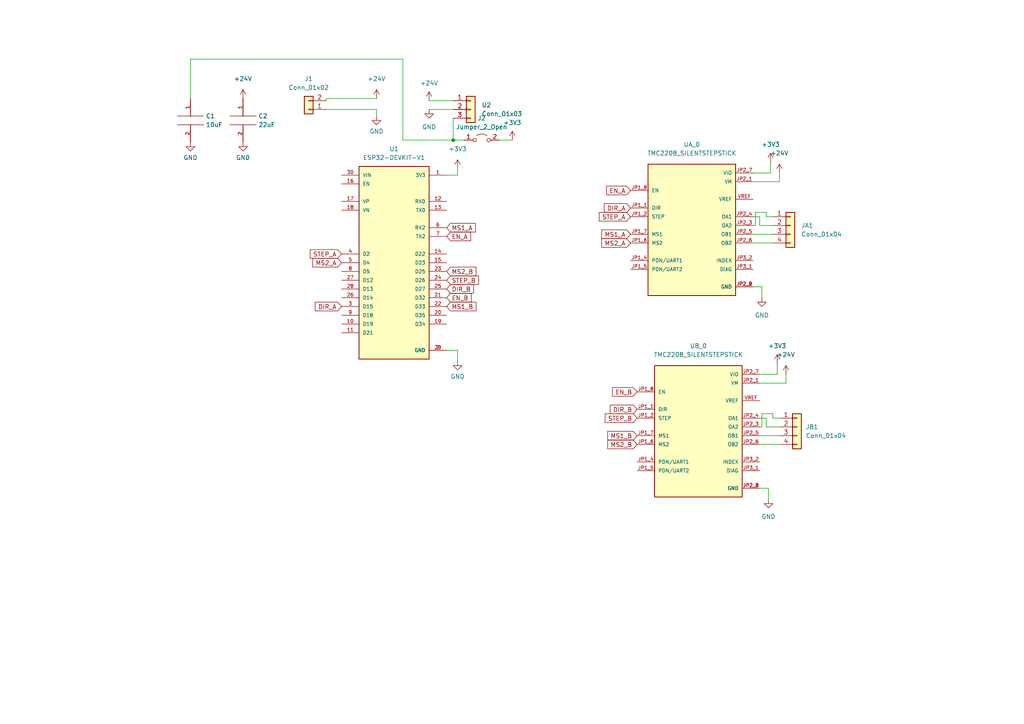
<source format=kicad_sch>
(kicad_sch (version 20211123) (generator eeschema)
  (paper "A4")
  (lib_symbols
    (symbol "Connector_Generic:Conn_01x02" (pin_names (offset 1.016) hide)
      (property "Reference" "J" (at 0 2.54 0))
      (property "Value" "Conn_01x02" (at 0 -5.08 0))
      (symbol "Conn_01x02_1_1"
        (rectangle (start -1.27 -2.413) (end 0 -2.667) (stroke (width 0.1524)))
        (rectangle (start -1.27 0.127) (end 0 -0.127) (stroke (width 0.1524)))
        (rectangle (start -1.27 1.27) (end 1.27 -3.81) (stroke (width 0.254)) (fill (type background)))
        (pin passive line (at -5.08 0 0) (length 3.81) (name "Pin_1") (number "1"))
        (pin passive line (at -5.08 -2.54 0) (length 3.81) (name "Pin_2") (number "2"))
      )
    )
    (symbol "Connector_Generic:Conn_01x03" (pin_names (offset 1.016) hide)
      (property "Reference" "J" (at 0 5.08 0))
      (property "Value" "Conn_01x03" (at 0 -5.08 0))
      (symbol "Conn_01x03_1_1"
        (rectangle (start -1.27 -2.413) (end 0 -2.667) (stroke (width 0.1524)))
        (rectangle (start -1.27 0.127) (end 0 -0.127) (stroke (width 0.1524)))
        (rectangle (start -1.27 2.667) (end 0 2.413) (stroke (width 0.1524)))
        (rectangle (start -1.27 3.81) (end 1.27 -3.81) (stroke (width 0.254)) (fill (type background)))
        (pin passive line (at -5.08 2.54 0) (length 3.81) (name "Pin_1") (number "1"))
        (pin passive line (at -5.08 0 0) (length 3.81) (name "Pin_2") (number "2"))
        (pin passive line (at -5.08 -2.54 0) (length 3.81) (name "Pin_3") (number "3"))
      )
    )
    (symbol "Connector_Generic:Conn_01x04" (pin_names (offset 1.016) hide)
      (property "Reference" "J" (at 0 5.08 0))
      (property "Value" "Conn_01x04" (at 0 -7.62 0))
      (symbol "Conn_01x04_1_1"
        (rectangle (start -1.27 -4.953) (end 0 -5.207) (stroke (width 0.1524)))
        (rectangle (start -1.27 -2.413) (end 0 -2.667) (stroke (width 0.1524)))
        (rectangle (start -1.27 0.127) (end 0 -0.127) (stroke (width 0.1524)))
        (rectangle (start -1.27 2.667) (end 0 2.413) (stroke (width 0.1524)))
        (rectangle (start -1.27 3.81) (end 1.27 -6.35) (stroke (width 0.254)) (fill (type background)))
        (pin passive line (at -5.08 2.54 0) (length 3.81) (name "Pin_1") (number "1"))
        (pin passive line (at -5.08 0 0) (length 3.81) (name "Pin_2") (number "2"))
        (pin passive line (at -5.08 -2.54 0) (length 3.81) (name "Pin_3") (number "3"))
        (pin passive line (at -5.08 -5.08 0) (length 3.81) (name "Pin_4") (number "4"))
      )
    )
    (symbol "ESP32-DEVKIT-V1:ESP32-DEVKIT-V1" (pin_names (offset 1.016))
      (property "Reference" "U" (at -10.16 30.48 0))
      (property "Value" "ESP32-DEVKIT-V1" (at -10.16 -30.48 0))
      (symbol "ESP32-DEVKIT-V1_0_0"
        (rectangle (start -10.16 -27.94) (end 10.16 27.94) (stroke (width 0.254)) (fill (type background)))
        (pin output line (at 15.24 25.4 180) (length 5.08) (name "3V3") (number "1"))
        (pin bidirectional line (at -15.24 -17.78 0) (length 5.08) (name "D19") (number "10"))
        (pin bidirectional line (at -15.24 -20.32 0) (length 5.08) (name "D21") (number "11"))
        (pin input line (at 15.24 17.78 180) (length 5.08) (name "RX0") (number "12"))
        (pin output line (at 15.24 15.24 180) (length 5.08) (name "TX0") (number "13"))
        (pin bidirectional line (at 15.24 2.54 180) (length 5.08) (name "D22") (number "14"))
        (pin bidirectional line (at 15.24 0 180) (length 5.08) (name "D23") (number "15"))
        (pin input line (at -15.24 22.86 0) (length 5.08) (name "EN") (number "16"))
        (pin bidirectional line (at -15.24 17.78 0) (length 5.08) (name "VP") (number "17"))
        (pin bidirectional line (at -15.24 15.24 0) (length 5.08) (name "VN") (number "18"))
        (pin bidirectional line (at 15.24 -17.78 180) (length 5.08) (name "D34") (number "19"))
        (pin power_in line (at 15.24 -25.4 180) (length 5.08) (name "GND") (number "2"))
        (pin bidirectional line (at 15.24 -15.24 180) (length 5.08) (name "D35") (number "20"))
        (pin bidirectional line (at 15.24 -10.16 180) (length 5.08) (name "D32") (number "21"))
        (pin bidirectional line (at 15.24 -12.7 180) (length 5.08) (name "D33") (number "22"))
        (pin bidirectional line (at 15.24 -2.54 180) (length 5.08) (name "D25") (number "23"))
        (pin bidirectional line (at 15.24 -5.08 180) (length 5.08) (name "D26") (number "24"))
        (pin bidirectional line (at 15.24 -7.62 180) (length 5.08) (name "D27") (number "25"))
        (pin bidirectional line (at -15.24 -10.16 0) (length 5.08) (name "D14") (number "26"))
        (pin bidirectional line (at -15.24 -5.08 0) (length 5.08) (name "D12") (number "27"))
        (pin bidirectional line (at -15.24 -7.62 0) (length 5.08) (name "D13") (number "28"))
        (pin power_in line (at 15.24 -25.4 180) (length 5.08) (name "GND") (number "29"))
        (pin bidirectional line (at -15.24 -12.7 0) (length 5.08) (name "D15") (number "3"))
        (pin input line (at -15.24 25.4 0) (length 5.08) (name "VIN") (number "30"))
        (pin bidirectional line (at -15.24 2.54 0) (length 5.08) (name "D2") (number "4"))
        (pin bidirectional line (at -15.24 0 0) (length 5.08) (name "D4") (number "5"))
        (pin input line (at 15.24 10.16 180) (length 5.08) (name "RX2") (number "6"))
        (pin output line (at 15.24 7.62 180) (length 5.08) (name "TX2") (number "7"))
        (pin bidirectional line (at -15.24 -2.54 0) (length 5.08) (name "D5") (number "8"))
        (pin bidirectional line (at -15.24 -15.24 0) (length 5.08) (name "D18") (number "9"))
      )
    )
    (symbol "Jumper:Jumper_2_Open" (pin_names (offset 0) hide)
      (property "Reference" "JP" (at 0 2.794 0))
      (property "Value" "Jumper_2_Open" (at 0 -2.286 0))
      (symbol "Jumper_2_Open_0_0"
        (circle (center -2.032 0) (radius 0.508))
        (circle (center 2.032 0) (radius 0.508))
      )
      (symbol "Jumper_2_Open_0_1"
        (arc (start 1.524 1.27) (mid 0 1.778) (end -1.524 1.27))
      )
      (symbol "Jumper_2_Open_1_1"
        (pin passive line (at -5.08 0 0) (length 2.54) (name "A") (number "1"))
        (pin passive line (at 5.08 0 180) (length 2.54) (name "B") (number "2"))
      )
    )
    (symbol "TMC2208_SILENTSTEPSTICK:TMC2208_SILENTSTEPSTICK" (pin_names (offset 1.016))
      (property "Reference" "U" (at -12.7 19.05 0))
      (property "Value" "TMC2208_SILENTSTEPSTICK" (at -12.7 -22.86 0))
      (symbol "TMC2208_SILENTSTEPSTICK_0_0"
        (rectangle (start -12.7 -20.32) (end 12.7 17.78) (stroke (width 0.254)) (fill (type background)))
        (pin input line (at -17.78 5.08 0) (length 5.08) (name "DIR") (number "JP1_1"))
        (pin input line (at -17.78 2.54 0) (length 5.08) (name "STEP") (number "JP1_2"))
        (pin bidirectional line (at -17.78 -10.16 0) (length 5.08) (name "PDN/UART1") (number "JP1_4"))
        (pin bidirectional line (at -17.78 -12.7 0) (length 5.08) (name "PDN/UART2") (number "JP1_5"))
        (pin input line (at -17.78 -5.08 0) (length 5.08) (name "MS2") (number "JP1_6"))
        (pin input line (at -17.78 -2.54 0) (length 5.08) (name "MS1") (number "JP1_7"))
        (pin input line (at -17.78 10.16 0) (length 5.08) (name "EN") (number "JP1_8"))
        (pin power_in line (at 17.78 12.7 180) (length 5.08) (name "VM") (number "JP2_1"))
        (pin power_in line (at 17.78 -17.78 180) (length 5.08) (name "GND") (number "JP2_2"))
        (pin passive line (at 17.78 0 180) (length 5.08) (name "OA2") (number "JP2_3"))
        (pin passive line (at 17.78 2.54 180) (length 5.08) (name "OA1") (number "JP2_4"))
        (pin passive line (at 17.78 -2.54 180) (length 5.08) (name "OB1") (number "JP2_5"))
        (pin passive line (at 17.78 -5.08 180) (length 5.08) (name "OB2") (number "JP2_6"))
        (pin power_in line (at 17.78 15.24 180) (length 5.08) (name "VIO") (number "JP2_7"))
        (pin power_in line (at 17.78 -17.78 180) (length 5.08) (name "GND") (number "JP2_8"))
        (pin output line (at 17.78 -12.7 180) (length 5.08) (name "DIAG") (number "JP3_1"))
        (pin output line (at 17.78 -10.16 180) (length 5.08) (name "INDEX") (number "JP3_2"))
        (pin passive line (at 17.78 7.62 180) (length 5.08) (name "VREF") (number "VREF"))
      )
    )
    (symbol "power:+24V" (power) (pin_names (offset 0))
      (property "Value" "+24V" (at 0 3.556 0))
      (symbol "+24V_0_1"
        (polyline (pts (xy -0.762 1.27) (xy 0 2.54)))
        (polyline (pts (xy 0 0) (xy 0 2.54)))
        (polyline (pts (xy 0 2.54) (xy 0.762 1.27)))
      )
      (symbol "+24V_1_1"
        (pin power_in line (at 0 0 90) (length 0) hide (name "+24V") (number "1"))
      )
    )
    (symbol "power:+3V3" (power) (pin_names (offset 0))
      (property "Value" "+3V3" (at 0 3.556 0))
      (symbol "+3V3_0_1"
        (polyline (pts (xy -0.762 1.27) (xy 0 2.54)))
        (polyline (pts (xy 0 0) (xy 0 2.54)))
        (polyline (pts (xy 0 2.54) (xy 0.762 1.27)))
      )
      (symbol "+3V3_1_1"
        (pin power_in line (at 0 0 90) (length 0) hide (name "+3V3") (number "1"))
      )
    )
    (symbol "power:GND" (power) (pin_names (offset 0))
      (property "Value" "GND" (at 0 -3.81 0))
      (symbol "GND_0_1"
        (polyline (pts (xy 0 0) (xy 0 -1.27) (xy 1.27 -1.27) (xy 0 -2.54) (xy -1.27 -1.27) (xy 0 -1.27)))
      )
      (symbol "GND_1_1"
        (pin power_in line (at 0 0 270) (length 0) hide (name "GND") (number "1"))
      )
    )
    (symbol "pspice:CAP" (pin_names (offset 0.254))
      (property "Reference" "C" (at 2.54 3.81 90))
      (property "Value" "CAP" (at 2.54 -3.81 90))
      (symbol "CAP_0_1"
        (polyline (pts (xy -3.81 -1.27) (xy 3.81 -1.27)))
        (polyline (pts (xy -3.81 1.27) (xy 3.81 1.27)))
      )
      (symbol "CAP_1_1"
        (pin passive line (at 0 6.35 270) (length 5.08) (name "~") (number "1"))
        (pin passive line (at 0 -6.35 90) (length 5.08) (name "~") (number "2"))
      )
    )
  )
  (junction (at 131.445 40.64))
  (wire (pts (xy 220.345 128.905) (xy 226.06 128.905)))
  (wire (pts (xy 220.345 62.865) (xy 220.345 65.405)))
  (wire (pts (xy 131.445 40.64) (xy 134.62 40.64)))
  (wire (pts (xy 222.25 121.285) (xy 222.25 123.825)))
  (wire (pts (xy 218.44 65.405) (xy 219.075 65.405)))
  (wire (pts (xy 220.345 141.605) (xy 222.885 141.605)))
  (wire (pts (xy 227.965 108.585) (xy 227.965 111.125)))
  (wire (pts (xy 220.98 86.36) (xy 220.98 83.185)))
  (wire (pts (xy 225.425 105.41) (xy 225.425 108.585)))
  (wire (pts (xy 224.155 120.015) (xy 224.155 121.285)))
  (wire (pts (xy 132.715 50.8) (xy 132.715 48.895)))
  (wire (pts (xy 116.84 17.145) (xy 116.84 40.64)))
  (wire (pts (xy 218.44 52.705) (xy 226.06 52.705)))
  (wire (pts (xy 218.44 50.165) (xy 223.52 50.165)))
  (wire (pts (xy 220.345 111.125) (xy 227.965 111.125)))
  (wire (pts (xy 220.345 108.585) (xy 225.425 108.585)))
  (wire (pts (xy 220.345 121.285) (xy 222.25 121.285)))
  (wire (pts (xy 124.46 29.21) (xy 131.445 29.21)))
  (wire (pts (xy 220.345 126.365) (xy 226.06 126.365)))
  (wire (pts (xy 222.25 62.865) (xy 224.155 62.865)))
  (wire (pts (xy 222.25 123.825) (xy 226.06 123.825)))
  (wire (pts (xy 218.44 70.485) (xy 224.155 70.485)))
  (wire (pts (xy 223.52 46.99) (xy 223.52 50.165)))
  (wire (pts (xy 224.155 121.285) (xy 226.06 121.285)))
  (wire (pts (xy 132.715 101.6) (xy 132.715 104.775)))
  (wire (pts (xy 220.98 123.825) (xy 220.98 120.015)))
  (wire (pts (xy 109.22 28.575) (xy 94.615 28.575)))
  (wire (pts (xy 129.54 50.8) (xy 132.715 50.8)))
  (wire (pts (xy 222.25 61.595) (xy 222.25 62.865)))
  (wire (pts (xy 129.54 101.6) (xy 132.715 101.6)))
  (wire (pts (xy 55.245 28.575) (xy 55.245 17.145)))
  (wire (pts (xy 218.44 83.185) (xy 220.98 83.185)))
  (wire (pts (xy 55.245 17.145) (xy 116.84 17.145)))
  (wire (pts (xy 144.78 40.64) (xy 148.59 40.64)))
  (wire (pts (xy 220.345 65.405) (xy 224.155 65.405)))
  (wire (pts (xy 226.06 50.165) (xy 226.06 52.705)))
  (wire (pts (xy 131.445 34.29) (xy 131.445 40.64)))
  (wire (pts (xy 109.22 31.75) (xy 109.22 33.655)))
  (wire (pts (xy 222.885 144.78) (xy 222.885 141.605)))
  (wire (pts (xy 219.075 65.405) (xy 219.075 61.595)))
  (wire (pts (xy 94.615 31.75) (xy 109.22 31.75)))
  (wire (pts (xy 220.98 120.015) (xy 224.155 120.015)))
  (wire (pts (xy 116.84 40.64) (xy 131.445 40.64)))
  (wire (pts (xy 94.615 28.575) (xy 94.615 29.21)))
  (wire (pts (xy 124.46 31.75) (xy 131.445 31.75)))
  (wire (pts (xy 220.345 123.825) (xy 220.98 123.825)))
  (wire (pts (xy 218.44 62.865) (xy 220.345 62.865)))
  (wire (pts (xy 218.44 67.945) (xy 224.155 67.945)))
  (wire (pts (xy 219.075 61.595) (xy 222.25 61.595)))
  (global_label "MS1_B" (shape input) (at 184.785 126.365 180) (property "Intersheet References" "${INTERSHEET_REFS}" (effects hide)))
  (global_label "STEP_A" (shape input) (at 182.88 62.865 180) (property "Intersheet References" "${INTERSHEET_REFS}" (effects hide)))
  (global_label "DIR_A" (shape input) (at 99.06 88.9 180) (property "Intersheet References" "${INTERSHEET_REFS}" (effects hide)))
  (global_label "DIR_B" (shape input) (at 129.54 83.82 0) (property "Intersheet References" "${INTERSHEET_REFS}" (effects hide)))
  (global_label "MS1_A" (shape input) (at 182.88 67.945 180) (property "Intersheet References" "${INTERSHEET_REFS}" (effects hide)))
  (global_label "MS2_A" (shape input) (at 99.06 76.2 180) (property "Intersheet References" "${INTERSHEET_REFS}" (effects hide)))
  (global_label "EN_A" (shape input) (at 182.88 55.245 180) (property "Intersheet References" "${INTERSHEET_REFS}" (effects hide)))
  (global_label "STEP_B" (shape input) (at 129.54 81.28 0) (property "Intersheet References" "${INTERSHEET_REFS}" (effects hide)))
  (global_label "EN_A" (shape input) (at 129.54 68.58 0) (property "Intersheet References" "${INTERSHEET_REFS}" (effects hide)))
  (global_label "EN_B" (shape input) (at 184.785 113.665 180) (property "Intersheet References" "${INTERSHEET_REFS}" (effects hide)))
  (global_label "MS1_B" (shape input) (at 129.54 88.9 0) (property "Intersheet References" "${INTERSHEET_REFS}" (effects hide)))
  (global_label "STEP_A" (shape input) (at 99.06 73.66 180) (property "Intersheet References" "${INTERSHEET_REFS}" (effects hide)))
  (global_label "MS2_B" (shape input) (at 184.785 128.905 180) (property "Intersheet References" "${INTERSHEET_REFS}" (effects hide)))
  (global_label "DIR_B" (shape input) (at 184.785 118.745 180) (property "Intersheet References" "${INTERSHEET_REFS}" (effects hide)))
  (global_label "STEP_B" (shape input) (at 184.785 121.285 180) (property "Intersheet References" "${INTERSHEET_REFS}" (effects hide)))
  (global_label "DIR_A" (shape input) (at 182.88 60.325 180) (property "Intersheet References" "${INTERSHEET_REFS}" (effects hide)))
  (global_label "MS1_A" (shape input) (at 129.54 66.04 0) (property "Intersheet References" "${INTERSHEET_REFS}" (effects hide)))
  (global_label "EN_B" (shape input) (at 129.54 86.36 0) (property "Intersheet References" "${INTERSHEET_REFS}" (effects hide)))
  (global_label "MS2_A" (shape input) (at 182.88 70.485 180) (property "Intersheet References" "${INTERSHEET_REFS}" (effects hide)))
  (global_label "MS2_B" (shape input) (at 129.54 78.74 0) (property "Intersheet References" "${INTERSHEET_REFS}" (effects hide)))
  (symbol (lib_id "power:GND") (at 124.46 31.75 0) (unit 1)
    (property "Reference" "#PWR08" (effects hide))
    (property "Value" "GND" (at 124.46 36.83 0))
  )
  (symbol (lib_id "Jumper:Jumper_2_Open") (at 139.7 40.64 0) (unit 1)
    (property "Reference" "J2" (at 139.7 34.29 0))
    (property "Value" "Jumper_2_Open" (at 139.7 36.83 0))
    (property "Footprint" "Connector_PinHeader_2.54mm:PinHeader_1x02_P2.54mm_Vertical" (effects hide))
  )
  (symbol (lib_id "power:GND") (at 132.715 104.775 0) (unit 1)
    (property "Reference" "#PWR010" (effects hide))
    (property "Value" "GND" (at 132.715 109.22 0))
  )
  (symbol (lib_id "power:GND") (at 55.245 41.275 0) (unit 1)
    (property "Reference" "#PWR02" (effects hide))
    (property "Value" "GND" (at 55.245 45.72 0))
  )
  (symbol (lib_id "power:+24V") (at 124.46 29.21 0) (unit 1)
    (property "Reference" "#PWR07" (effects hide))
    (property "Value" "+24V" (at 124.46 24.13 0))
  )
  (symbol (lib_id "power:GND") (at 70.485 41.275 0) (unit 1)
    (property "Reference" "#PWR04" (effects hide))
    (property "Value" "GND" (at 70.485 45.72 0))
  )
  (symbol (lib_id "pspice:CAP") (at 70.485 34.925 0) (unit 1)
    (property "Reference" "C2" (at 74.93 33.6549 0) (effects (justify left)))
    (property "Value" "22uF" (at 74.93 36.1949 0) (effects (justify left)))
    (property "Footprint" "Capacitor_THT:C_Rect_L4.0mm_W2.5mm_P2.50mm" (effects hide))
  )
  (symbol (lib_id "Connector_Generic:Conn_01x04") (at 231.14 123.825 0) (unit 1)
    (property "Reference" "JB1" (at 233.68 123.8249 0) (effects (justify left)))
    (property "Value" "Conn_01x04" (at 233.68 126.3649 0) (effects (justify left)))
    (property "Footprint" "Connector_PinHeader_2.54mm:PinHeader_1x04_P2.54mm_Vertical" (effects hide))
  )
  (symbol (lib_id "power:GND") (at 109.22 33.655 0) (unit 1)
    (property "Reference" "#PWR06" (effects hide))
    (property "Value" "GND" (at 109.22 38.1 0))
  )
  (symbol (lib_id "power:GND") (at 222.885 144.78 0) (unit 1)
    (property "Reference" "#PWR0103" (effects hide))
    (property "Value" "GND" (at 222.885 149.86 0))
  )
  (symbol (lib_id "TMC2208_SILENTSTEPSTICK:TMC2208_SILENTSTEPSTICK") (at 202.565 123.825 0) (unit 1)
    (property "Reference" "UB_0" (at 202.565 100.33 0))
    (property "Value" "TMC2208_SILENTSTEPSTICK" (at 202.565 102.87 0))
    (property "Footprint" "kicad_lib:MODULE_TMC2208_SILENTSTEPSTICK" (effects hide))
    (property "MANUFACTURER" "Trinamic Motion" (effects hide))
  )
  (symbol (lib_id "power:GND") (at 220.98 86.36 0) (unit 1)
    (property "Reference" "#PWR012" (effects hide))
    (property "Value" "GND" (at 220.98 91.44 0))
  )
  (symbol (lib_id "power:+24V") (at 226.06 50.165 0) (unit 1)
    (property "Reference" "#PWR014" (effects hide))
    (property "Value" "+24V" (at 226.06 44.45 0))
  )
  (symbol (lib_id "TMC2208_SILENTSTEPSTICK:TMC2208_SILENTSTEPSTICK") (at 200.66 65.405 0) (unit 1)
    (property "Reference" "UA_0" (at 200.66 41.91 0))
    (property "Value" "TMC2208_SILENTSTEPSTICK" (at 200.66 44.45 0))
    (property "Footprint" "kicad_lib:MODULE_TMC2208_SILENTSTEPSTICK" (effects hide))
    (property "MANUFACTURER" "Trinamic Motion" (effects hide))
  )
  (symbol (lib_id "power:+24V") (at 227.965 108.585 0) (unit 1)
    (property "Reference" "#PWR0101" (effects hide))
    (property "Value" "+24V" (at 227.965 102.87 0))
  )
  (symbol (lib_id "power:+24V") (at 109.22 28.575 0) (unit 1)
    (property "Reference" "#PWR05" (effects hide))
    (property "Value" "+24V" (at 109.22 22.86 0))
  )
  (symbol (lib_id "Connector_Generic:Conn_01x02") (at 89.535 31.75 180) (unit 1)
    (property "Reference" "J1" (at 89.535 22.86 0))
    (property "Value" "Conn_01x02" (at 89.535 25.4 0))
    (property "Footprint" "Connector_PinHeader_2.54mm:PinHeader_1x02_P2.54mm_Vertical" (effects hide))
  )
  (symbol (lib_id "power:+24V") (at 70.485 28.575 0) (unit 1)
    (property "Reference" "#PWR03" (effects hide))
    (property "Value" "+24V" (at 70.485 22.86 0))
  )
  (symbol (lib_id "power:+3V3") (at 225.425 105.41 0) (unit 1)
    (property "Reference" "#PWR0102" (effects hide))
    (property "Value" "+3V3" (at 225.425 100.33 0))
  )
  (symbol (lib_id "ESP32-DEVKIT-V1:ESP32-DEVKIT-V1") (at 114.3 76.2 0) (unit 1)
    (property "Reference" "U1" (at 114.3 43.18 0))
    (property "Value" "ESP32-DEVKIT-V1" (at 114.3 45.72 0))
    (property "Footprint" "kicad_lib:MODULE_ESP32_DEVKIT_V1" (effects hide))
    (property "MAXIMUM_PACKAGE_HEIGHT" "6.8 mm" (effects hide))
    (property "MANUFACTURER" "DOIT" (effects hide))
    (property "PARTREV" "N/A" (effects hide))
    (property "STANDARD" "Manufacturer Recommendations" (effects hide))
  )
  (symbol (lib_id "power:+3V3") (at 132.715 48.895 0) (unit 1)
    (property "Reference" "#PWR09" (effects hide))
    (property "Value" "+3V3" (at 132.715 43.18 0))
  )
  (symbol (lib_id "pspice:CAP") (at 55.245 34.925 0) (unit 1)
    (property "Reference" "C1" (at 59.69 33.6549 0) (effects (justify left)))
    (property "Value" "10uF" (at 59.69 36.1949 0) (effects (justify left)))
    (property "Footprint" "Capacitor_THT:C_Rect_L4.0mm_W2.5mm_P2.50mm" (effects hide))
  )
  (symbol (lib_id "power:+3V3") (at 223.52 46.99 0) (unit 1)
    (property "Reference" "#PWR013" (effects hide))
    (property "Value" "+3V3" (at 223.52 41.91 0))
  )
  (symbol (lib_id "Connector_Generic:Conn_01x03") (at 136.525 31.75 0) (unit 1)
    (property "Reference" "U2" (at 139.7 30.4799 0) (effects (justify left)))
    (property "Value" "Conn_01x03" (at 139.7 33.0199 0) (effects (justify left)))
    (property "Footprint" "Connector_PinHeader_2.54mm:PinHeader_1x03_P2.54mm_Vertical" (effects hide))
  )
  (symbol (lib_id "power:+3V3") (at 148.59 40.64 0) (unit 1)
    (property "Reference" "#PWR011" (effects hide))
    (property "Value" "+3V3" (at 148.59 35.56 0))
  )
  (symbol (lib_id "Connector_Generic:Conn_01x04") (at 229.235 65.405 0) (unit 1)
    (property "Reference" "JA1" (at 232.41 65.4049 0) (effects (justify left)))
    (property "Value" "Conn_01x04" (at 232.41 67.9449 0) (effects (justify left)))
    (property "Footprint" "Connector_PinHeader_2.54mm:PinHeader_1x04_P2.54mm_Vertical" (effects hide))
  )
)
</source>
